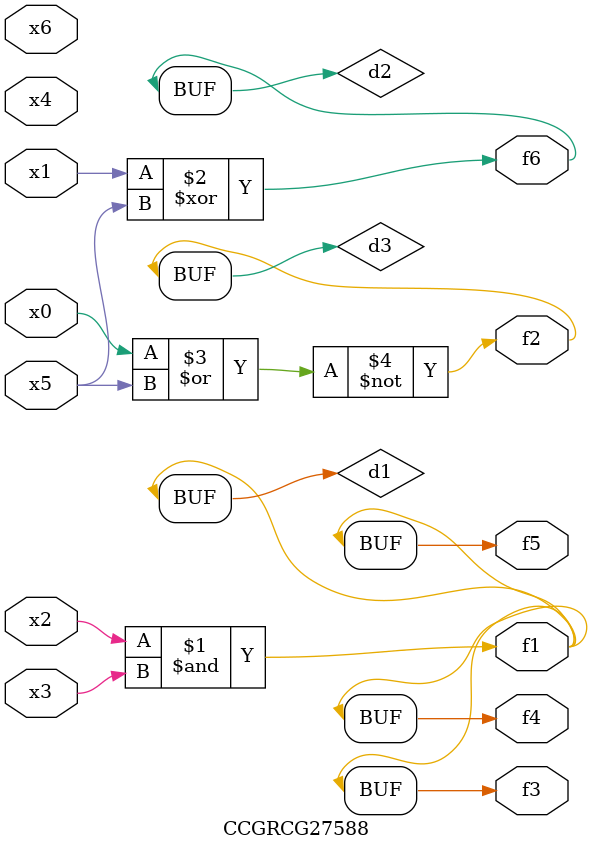
<source format=v>
module CCGRCG27588(
	input x0, x1, x2, x3, x4, x5, x6,
	output f1, f2, f3, f4, f5, f6
);

	wire d1, d2, d3;

	and (d1, x2, x3);
	xor (d2, x1, x5);
	nor (d3, x0, x5);
	assign f1 = d1;
	assign f2 = d3;
	assign f3 = d1;
	assign f4 = d1;
	assign f5 = d1;
	assign f6 = d2;
endmodule

</source>
